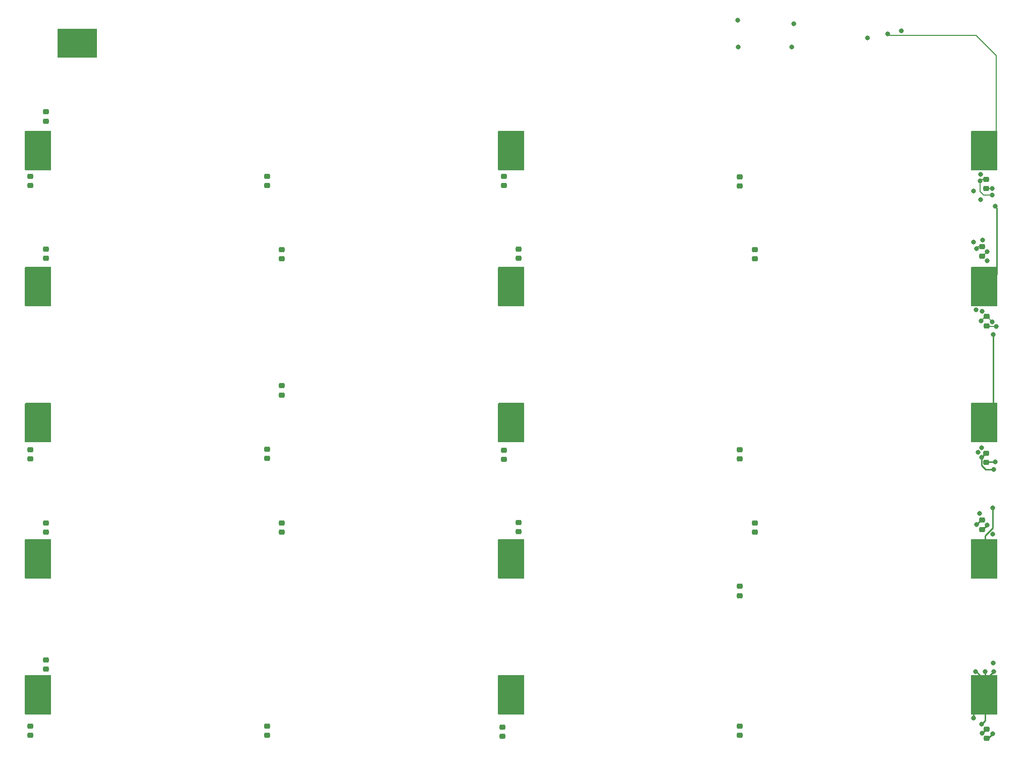
<source format=gbr>
%TF.GenerationSoftware,KiCad,Pcbnew,7.0.6*%
%TF.CreationDate,2024-01-17T22:25:56+01:00*%
%TF.ProjectId,FT24-AMS-Slave_v1-VTSENS,46543234-2d41-44d5-932d-536c6176655f,rev?*%
%TF.SameCoordinates,Original*%
%TF.FileFunction,Copper,L1,Top*%
%TF.FilePolarity,Positive*%
%FSLAX46Y46*%
G04 Gerber Fmt 4.6, Leading zero omitted, Abs format (unit mm)*
G04 Created by KiCad (PCBNEW 7.0.6) date 2024-01-17 22:25:56*
%MOMM*%
%LPD*%
G01*
G04 APERTURE LIST*
G04 Aperture macros list*
%AMRoundRect*
0 Rectangle with rounded corners*
0 $1 Rounding radius*
0 $2 $3 $4 $5 $6 $7 $8 $9 X,Y pos of 4 corners*
0 Add a 4 corners polygon primitive as box body*
4,1,4,$2,$3,$4,$5,$6,$7,$8,$9,$2,$3,0*
0 Add four circle primitives for the rounded corners*
1,1,$1+$1,$2,$3*
1,1,$1+$1,$4,$5*
1,1,$1+$1,$6,$7*
1,1,$1+$1,$8,$9*
0 Add four rect primitives between the rounded corners*
20,1,$1+$1,$2,$3,$4,$5,0*
20,1,$1+$1,$4,$5,$6,$7,0*
20,1,$1+$1,$6,$7,$8,$9,0*
20,1,$1+$1,$8,$9,$2,$3,0*%
G04 Aperture macros list end*
%TA.AperFunction,SMDPad,CuDef*%
%ADD10RoundRect,0.225000X0.250000X-0.225000X0.250000X0.225000X-0.250000X0.225000X-0.250000X-0.225000X0*%
%TD*%
%TA.AperFunction,SMDPad,CuDef*%
%ADD11RoundRect,0.225000X-0.250000X0.225000X-0.250000X-0.225000X0.250000X-0.225000X0.250000X0.225000X0*%
%TD*%
%TA.AperFunction,SMDPad,CuDef*%
%ADD12RoundRect,0.381000X-0.762000X-0.381000X0.762000X-0.381000X0.762000X0.381000X-0.762000X0.381000X0*%
%TD*%
%TA.AperFunction,ViaPad*%
%ADD13C,0.800000*%
%TD*%
%TA.AperFunction,Conductor*%
%ADD14C,0.200000*%
%TD*%
%TA.AperFunction,Conductor*%
%ADD15C,0.250000*%
%TD*%
G04 APERTURE END LIST*
D10*
%TO.P,C25,1*%
%TO.N,+5V*%
X69000000Y-132575000D03*
%TO.P,C25,2*%
%TO.N,GND1*%
X69000000Y-131025000D03*
%TD*%
D11*
%TO.P,C12,1*%
%TO.N,+5V*%
X185400000Y-50125000D03*
%TO.P,C12,2*%
%TO.N,GND1*%
X185400000Y-51675000D03*
%TD*%
D10*
%TO.P,C9,1*%
%TO.N,+5V*%
X187900000Y-109675000D03*
%TO.P,C9,2*%
%TO.N,GND1*%
X187900000Y-108125000D03*
%TD*%
D11*
%TO.P,C10,1*%
%TO.N,+5V*%
X185400000Y-95825000D03*
%TO.P,C10,2*%
%TO.N,GND1*%
X185400000Y-97375000D03*
%TD*%
D12*
%TO.P,J16,1,Pin_1*%
%TO.N,Net-(J10-Pin_15)*%
X67750000Y-45750000D03*
%TD*%
D10*
%TO.P,C22,1*%
%TO.N,+5V*%
X108600000Y-63875000D03*
%TO.P,C22,2*%
%TO.N,GND1*%
X108600000Y-62325000D03*
%TD*%
D12*
%TO.P,J5,1,Pin_1*%
%TO.N,Net-(J10-Pin_5)*%
X226400000Y-45600000D03*
%TD*%
D11*
%TO.P,C1,1*%
%TO.N,+5V*%
X226800000Y-142625000D03*
%TO.P,C1,2*%
%TO.N,GND1*%
X226800000Y-144175000D03*
%TD*%
%TO.P,C6,1*%
%TO.N,+5V*%
X226700000Y-50525000D03*
%TO.P,C6,2*%
%TO.N,GND1*%
X226700000Y-52075000D03*
%TD*%
%TO.P,C3,1*%
%TO.N,+5V*%
X226700000Y-96425000D03*
%TO.P,C3,2*%
%TO.N,GND1*%
X226700000Y-97975000D03*
%TD*%
D10*
%TO.P,C21,1*%
%TO.N,+5V*%
X108600000Y-86675000D03*
%TO.P,C21,2*%
%TO.N,GND1*%
X108600000Y-85125000D03*
%TD*%
D12*
%TO.P,J12,1,Pin_1*%
%TO.N,Net-(J10-Pin_11)*%
X67900000Y-136900000D03*
%TD*%
%TO.P,J11,1,Pin_1*%
%TO.N,Net-(J10-Pin_10)*%
X147100000Y-136900000D03*
%TD*%
D11*
%TO.P,C29,1*%
%TO.N,+5V*%
X66400000Y-50025000D03*
%TO.P,C29,2*%
%TO.N,GND1*%
X66400000Y-51575000D03*
%TD*%
%TO.P,C8,1*%
%TO.N,+5V*%
X185400000Y-118725000D03*
%TO.P,C8,2*%
%TO.N,GND1*%
X185400000Y-120275000D03*
%TD*%
%TO.P,C23,1*%
%TO.N,+5V*%
X106100000Y-50025000D03*
%TO.P,C23,2*%
%TO.N,GND1*%
X106100000Y-51575000D03*
%TD*%
D12*
%TO.P,J7,1,Pin_1*%
%TO.N,Net-(J10-Pin_7)*%
X147000000Y-68600000D03*
%TD*%
D11*
%TO.P,C20,1*%
%TO.N,+5V*%
X106100000Y-95725000D03*
%TO.P,C20,2*%
%TO.N,GND1*%
X106100000Y-97275000D03*
%TD*%
D12*
%TO.P,J13,1,Pin_1*%
%TO.N,Net-(J10-Pin_12)*%
X67700000Y-114200000D03*
%TD*%
%TO.P,J9,1,Pin_1*%
%TO.N,Net-(J10-Pin_9)*%
X147100000Y-114100000D03*
%TD*%
D11*
%TO.P,C13,1*%
%TO.N,+5V*%
X145600000Y-142325000D03*
%TO.P,C13,2*%
%TO.N,GND1*%
X145600000Y-143875000D03*
%TD*%
%TO.P,C18,1*%
%TO.N,+5V*%
X106100000Y-142125000D03*
%TO.P,C18,2*%
%TO.N,GND1*%
X106100000Y-143675000D03*
%TD*%
%TO.P,C17,1*%
%TO.N,+5V*%
X145800000Y-50025000D03*
%TO.P,C17,2*%
%TO.N,GND1*%
X145800000Y-51575000D03*
%TD*%
D12*
%TO.P,J14,1,Pin_1*%
%TO.N,Net-(J10-Pin_13)*%
X67700000Y-91400000D03*
%TD*%
%TO.P,J3,1,Pin_1*%
%TO.N,Net-(J10-Pin_3)*%
X226400000Y-91300000D03*
%TD*%
%TO.P,J17,1,Pin_1*%
%TO.N,Net-(J10-Pin_16)*%
X74400000Y-27900000D03*
%TD*%
%TO.P,J15,1,Pin_1*%
%TO.N,Net-(J10-Pin_14)*%
X67700000Y-68400000D03*
%TD*%
%TO.P,J1,1,Pin_1*%
%TO.N,GND1*%
X226500000Y-137000000D03*
%TD*%
D10*
%TO.P,C5,1*%
%TO.N,+5V*%
X226000000Y-63375000D03*
%TO.P,C5,2*%
%TO.N,GND1*%
X226000000Y-61825000D03*
%TD*%
D11*
%TO.P,C4,1*%
%TO.N,+5V*%
X226800000Y-73525000D03*
%TO.P,C4,2*%
%TO.N,GND1*%
X226800000Y-75075000D03*
%TD*%
%TO.P,C27,1*%
%TO.N,+5V*%
X66400000Y-95825000D03*
%TO.P,C27,2*%
%TO.N,GND1*%
X66400000Y-97375000D03*
%TD*%
D10*
%TO.P,C2,1*%
%TO.N,+5V*%
X226000000Y-109175000D03*
%TO.P,C2,2*%
%TO.N,GND1*%
X226000000Y-107625000D03*
%TD*%
%TO.P,C11,1*%
%TO.N,+5V*%
X187900000Y-63875000D03*
%TO.P,C11,2*%
%TO.N,GND1*%
X187900000Y-62325000D03*
%TD*%
D11*
%TO.P,C7,1*%
%TO.N,+5V*%
X185400000Y-142125000D03*
%TO.P,C7,2*%
%TO.N,GND1*%
X185400000Y-143675000D03*
%TD*%
%TO.P,C24,1*%
%TO.N,+5V*%
X66400000Y-142125000D03*
%TO.P,C24,2*%
%TO.N,GND1*%
X66400000Y-143675000D03*
%TD*%
D12*
%TO.P,J2,1,Pin_1*%
%TO.N,Net-(J10-Pin_2)*%
X226500000Y-114100000D03*
%TD*%
D11*
%TO.P,C15,1*%
%TO.N,+5V*%
X145800000Y-95925000D03*
%TO.P,C15,2*%
%TO.N,GND1*%
X145800000Y-97475000D03*
%TD*%
D10*
%TO.P,C26,1*%
%TO.N,+5V*%
X69000000Y-109675000D03*
%TO.P,C26,2*%
%TO.N,GND1*%
X69000000Y-108125000D03*
%TD*%
D12*
%TO.P,J4,1,Pin_1*%
%TO.N,Net-(J10-Pin_4)*%
X226400000Y-68500000D03*
%TD*%
%TO.P,J8,1,Pin_1*%
%TO.N,Net-(J10-Pin_8)*%
X147100000Y-91400000D03*
%TD*%
D10*
%TO.P,C16,1*%
%TO.N,+5V*%
X148300000Y-63775000D03*
%TO.P,C16,2*%
%TO.N,GND1*%
X148300000Y-62225000D03*
%TD*%
%TO.P,C14,1*%
%TO.N,+5V*%
X148300000Y-109575000D03*
%TO.P,C14,2*%
%TO.N,GND1*%
X148300000Y-108025000D03*
%TD*%
D12*
%TO.P,J6,1,Pin_1*%
%TO.N,Net-(J10-Pin_6)*%
X147100000Y-45700000D03*
%TD*%
D10*
%TO.P,C19,1*%
%TO.N,+5V*%
X108600000Y-109675000D03*
%TO.P,C19,2*%
%TO.N,GND1*%
X108600000Y-108125000D03*
%TD*%
D11*
%TO.P,C30,1*%
%TO.N,+5V*%
X69000000Y-39225000D03*
%TO.P,C30,2*%
%TO.N,GND1*%
X69000000Y-40775000D03*
%TD*%
D10*
%TO.P,C28,1*%
%TO.N,+5V*%
X69000000Y-63775000D03*
%TO.P,C28,2*%
%TO.N,GND1*%
X69000000Y-62225000D03*
%TD*%
D13*
%TO.N,+5V*%
X228000000Y-99100000D03*
X225827898Y-74266990D03*
X225911965Y-97122015D03*
X226027895Y-143311872D03*
X224575024Y-61000000D03*
X227725512Y-53200000D03*
X227727898Y-74380686D03*
X226833010Y-62633010D03*
X226833010Y-108433010D03*
X185100000Y-28400000D03*
X225700000Y-50800000D03*
%TO.N,GND1*%
X227725000Y-52097469D03*
X226500000Y-132999968D03*
X225925175Y-141834017D03*
X224575024Y-140800000D03*
X228176024Y-97900000D03*
X225100000Y-108400000D03*
X225100000Y-62100000D03*
X225775000Y-49685910D03*
X226876007Y-64136578D03*
X228380353Y-75138517D03*
X226021558Y-72667110D03*
X228000000Y-132978216D03*
X185000000Y-23900000D03*
X194100000Y-28400000D03*
X225949407Y-95540543D03*
X224935430Y-133001229D03*
X227750000Y-143452363D03*
%TO.N,Net-(J10-Pin_2)*%
X227800000Y-105600000D03*
X194400000Y-24500000D03*
%TO.N,Net-(J10-Pin_3)*%
X227900000Y-76500000D03*
X206800000Y-26800000D03*
%TO.N,Net-(J10-Pin_4)*%
X212500000Y-25669170D03*
X228176024Y-55000000D03*
%TO.N,Net-(J10-Pin_5)*%
X210200000Y-26175000D03*
%TO.N,Net-(J10-Pin_17)*%
X227775524Y-110000000D03*
X225600000Y-106500000D03*
X224600000Y-52500000D03*
X225775000Y-53900111D03*
X227852207Y-131579227D03*
%TO.N,Net-(J10-Pin_18)*%
X226100000Y-60700000D03*
X225000000Y-72400000D03*
X225300000Y-96300000D03*
%TD*%
D14*
%TO.N,+5V*%
X226091020Y-63375000D02*
X226833010Y-62633010D01*
X226300000Y-53200000D02*
X227725512Y-53200000D01*
D15*
X226714767Y-142625000D02*
X226027895Y-143311872D01*
D14*
X226800000Y-73525000D02*
X226872212Y-73525000D01*
D15*
X226000000Y-109175000D02*
X226091020Y-109175000D01*
D14*
X225700000Y-52600000D02*
X226300000Y-53200000D01*
X226872212Y-73525000D02*
X227727898Y-74380686D01*
D15*
X225900000Y-97133980D02*
X225900000Y-98427817D01*
D14*
X226000000Y-63375000D02*
X226091020Y-63375000D01*
X226700000Y-50525000D02*
X225975000Y-50525000D01*
D15*
X226091020Y-109175000D02*
X226833010Y-108433010D01*
X225911965Y-97122015D02*
X225900000Y-97133980D01*
D14*
X225975000Y-50525000D02*
X225700000Y-50800000D01*
D15*
X226800000Y-142625000D02*
X226714767Y-142625000D01*
X226700000Y-96425000D02*
X226608980Y-96425000D01*
X226572183Y-99100000D02*
X228000000Y-99100000D01*
X225900000Y-98427817D02*
X226572183Y-99100000D01*
D14*
X225700000Y-50800000D02*
X225700000Y-52600000D01*
X226569888Y-73525000D02*
X225827898Y-74266990D01*
X226800000Y-73525000D02*
X226569888Y-73525000D01*
D15*
X226608980Y-96425000D02*
X225911965Y-97122015D01*
%TO.N,GND1*%
X226500000Y-137000000D02*
X226500000Y-132999968D01*
X226500000Y-141259192D02*
X225925175Y-141834017D01*
X226800000Y-144175000D02*
X227027363Y-144175000D01*
X226775000Y-97900000D02*
X226700000Y-97975000D01*
D14*
X225375000Y-61825000D02*
X225100000Y-62100000D01*
X226000000Y-61825000D02*
X225375000Y-61825000D01*
X227702531Y-52075000D02*
X227725000Y-52097469D01*
X226800000Y-75075000D02*
X226863517Y-75138517D01*
D15*
X226500000Y-137000000D02*
X226500000Y-134478216D01*
X226500000Y-134478216D02*
X228000000Y-132978216D01*
X225023013Y-133001229D02*
X226500000Y-134478216D01*
D14*
X226700000Y-52075000D02*
X227702531Y-52075000D01*
D15*
X224575024Y-138924976D02*
X224575024Y-140800000D01*
X226000000Y-107625000D02*
X225875000Y-107625000D01*
X228176024Y-97900000D02*
X226775000Y-97900000D01*
X224935430Y-133001229D02*
X225023013Y-133001229D01*
X226500000Y-137000000D02*
X224575024Y-138924976D01*
D14*
X226863517Y-75138517D02*
X228380353Y-75138517D01*
D15*
X226500000Y-137000000D02*
X226500000Y-141259192D01*
X225875000Y-107625000D02*
X225100000Y-108400000D01*
X227027363Y-144175000D02*
X227750000Y-143452363D01*
%TO.N,Net-(J10-Pin_2)*%
X226500000Y-114100000D02*
X226500000Y-110250219D01*
X227800000Y-108950219D02*
X227800000Y-105600000D01*
X226500000Y-110250219D02*
X227800000Y-108950219D01*
%TO.N,Net-(J10-Pin_3)*%
X226400000Y-91300000D02*
X227900000Y-89800000D01*
X227900000Y-89800000D02*
X227900000Y-76500000D01*
%TO.N,Net-(J10-Pin_4)*%
X228450524Y-64300000D02*
X228450524Y-55274500D01*
X228450524Y-66449476D02*
X228450524Y-64300000D01*
X228450524Y-55274500D02*
X228176024Y-55000000D01*
X226400000Y-68500000D02*
X228450524Y-66449476D01*
D14*
%TO.N,Net-(J10-Pin_5)*%
X210400000Y-26375000D02*
X210200000Y-26175000D01*
X228400000Y-29800000D02*
X224975000Y-26375000D01*
X226400000Y-45600000D02*
X228400000Y-43600000D01*
X228400000Y-43600000D02*
X228400000Y-29800000D01*
X224975000Y-26375000D02*
X210400000Y-26375000D01*
%TD*%
%TA.AperFunction,Conductor*%
%TO.N,Net-(J10-Pin_15)*%
G36*
X69862209Y-42419685D02*
G01*
X69907964Y-42472489D01*
X69919170Y-42524000D01*
X69919170Y-48876000D01*
X69899485Y-48943039D01*
X69846681Y-48988794D01*
X69795170Y-49000000D01*
X65644170Y-49000000D01*
X65577131Y-48980315D01*
X65531376Y-48927511D01*
X65520170Y-48876000D01*
X65520170Y-42524000D01*
X65539855Y-42456961D01*
X65592659Y-42411206D01*
X65644170Y-42400000D01*
X69795170Y-42400000D01*
X69862209Y-42419685D01*
G37*
%TD.AperFunction*%
%TD*%
%TA.AperFunction,Conductor*%
%TO.N,Net-(J10-Pin_12)*%
G36*
X69862209Y-110819685D02*
G01*
X69907964Y-110872489D01*
X69919170Y-110924000D01*
X69919170Y-117276000D01*
X69899485Y-117343039D01*
X69846681Y-117388794D01*
X69795170Y-117400000D01*
X65644170Y-117400000D01*
X65577131Y-117380315D01*
X65531376Y-117327511D01*
X65520170Y-117276000D01*
X65520170Y-110924000D01*
X65539855Y-110856961D01*
X65592659Y-110811206D01*
X65644170Y-110800000D01*
X69795170Y-110800000D01*
X69862209Y-110819685D01*
G37*
%TD.AperFunction*%
%TD*%
%TA.AperFunction,Conductor*%
%TO.N,GND1*%
G36*
X228560672Y-133614352D02*
G01*
X228575024Y-133649000D01*
X228575024Y-140151000D01*
X228560672Y-140185648D01*
X228526024Y-140200000D01*
X224225024Y-140200000D01*
X224190376Y-140185648D01*
X224176024Y-140151000D01*
X224176024Y-133649000D01*
X224190376Y-133614352D01*
X224225024Y-133600000D01*
X228526024Y-133600000D01*
X228560672Y-133614352D01*
G37*
%TD.AperFunction*%
%TD*%
%TA.AperFunction,Conductor*%
%TO.N,Net-(J10-Pin_11)*%
G36*
X69862209Y-133619685D02*
G01*
X69907964Y-133672489D01*
X69919170Y-133724000D01*
X69919170Y-140076000D01*
X69899485Y-140143039D01*
X69846681Y-140188794D01*
X69795170Y-140200000D01*
X65644170Y-140200000D01*
X65577131Y-140180315D01*
X65531376Y-140127511D01*
X65520170Y-140076000D01*
X65520170Y-133724000D01*
X65539855Y-133656961D01*
X65592659Y-133611206D01*
X65644170Y-133600000D01*
X69795170Y-133600000D01*
X69862209Y-133619685D01*
G37*
%TD.AperFunction*%
%TD*%
%TA.AperFunction,Conductor*%
%TO.N,Net-(J10-Pin_14)*%
G36*
X69862209Y-65219685D02*
G01*
X69907964Y-65272489D01*
X69919170Y-65324000D01*
X69919170Y-71676000D01*
X69899485Y-71743039D01*
X69846681Y-71788794D01*
X69795170Y-71800000D01*
X65644170Y-71800000D01*
X65577131Y-71780315D01*
X65531376Y-71727511D01*
X65520170Y-71676000D01*
X65520170Y-65324000D01*
X65539855Y-65256961D01*
X65592659Y-65211206D01*
X65644170Y-65200000D01*
X69795170Y-65200000D01*
X69862209Y-65219685D01*
G37*
%TD.AperFunction*%
%TD*%
%TA.AperFunction,Conductor*%
%TO.N,Net-(J10-Pin_16)*%
G36*
X77543039Y-25289855D02*
G01*
X77588794Y-25342659D01*
X77600000Y-25394170D01*
X77600000Y-30045170D01*
X77580315Y-30112209D01*
X77527511Y-30157964D01*
X77476000Y-30169170D01*
X71124000Y-30169170D01*
X71056961Y-30149485D01*
X71011206Y-30096681D01*
X71000000Y-30045170D01*
X71000000Y-25394170D01*
X71019685Y-25327131D01*
X71072489Y-25281376D01*
X71124000Y-25270170D01*
X77476000Y-25270170D01*
X77543039Y-25289855D01*
G37*
%TD.AperFunction*%
%TD*%
%TA.AperFunction,Conductor*%
%TO.N,Net-(J10-Pin_10)*%
G36*
X149190136Y-133619685D02*
G01*
X149235891Y-133672489D01*
X149247097Y-133724000D01*
X149247097Y-140076000D01*
X149227412Y-140143039D01*
X149174608Y-140188794D01*
X149123097Y-140200000D01*
X144972097Y-140200000D01*
X144905058Y-140180315D01*
X144859303Y-140127511D01*
X144848097Y-140076000D01*
X144848097Y-133724000D01*
X144867782Y-133656961D01*
X144920586Y-133611206D01*
X144972097Y-133600000D01*
X149123097Y-133600000D01*
X149190136Y-133619685D01*
G37*
%TD.AperFunction*%
%TD*%
%TA.AperFunction,Conductor*%
%TO.N,Net-(J10-Pin_13)*%
G36*
X69862209Y-88019685D02*
G01*
X69907964Y-88072489D01*
X69919170Y-88124000D01*
X69919170Y-94476000D01*
X69899485Y-94543039D01*
X69846681Y-94588794D01*
X69795170Y-94600000D01*
X65644170Y-94600000D01*
X65577131Y-94580315D01*
X65531376Y-94527511D01*
X65520170Y-94476000D01*
X65520170Y-88124000D01*
X65539855Y-88056961D01*
X65592659Y-88011206D01*
X65644170Y-88000000D01*
X69795170Y-88000000D01*
X69862209Y-88019685D01*
G37*
%TD.AperFunction*%
%TD*%
%TA.AperFunction,Conductor*%
%TO.N,Net-(J10-Pin_6)*%
G36*
X149190136Y-42419685D02*
G01*
X149235891Y-42472489D01*
X149247097Y-42524000D01*
X149247097Y-48876000D01*
X149227412Y-48943039D01*
X149174608Y-48988794D01*
X149123097Y-49000000D01*
X144972097Y-49000000D01*
X144905058Y-48980315D01*
X144859303Y-48927511D01*
X144848097Y-48876000D01*
X144848097Y-42524000D01*
X144867782Y-42456961D01*
X144920586Y-42411206D01*
X144972097Y-42400000D01*
X149123097Y-42400000D01*
X149190136Y-42419685D01*
G37*
%TD.AperFunction*%
%TD*%
%TA.AperFunction,Conductor*%
%TO.N,Net-(J10-Pin_4)*%
G36*
X228534215Y-65218907D02*
G01*
X228570179Y-65268407D01*
X228575024Y-65299000D01*
X228575024Y-71701000D01*
X228556117Y-71759191D01*
X228506617Y-71795155D01*
X228476024Y-71800000D01*
X225046406Y-71800000D01*
X225039939Y-71799576D01*
X225000000Y-71794318D01*
X224960060Y-71799576D01*
X224953594Y-71800000D01*
X224275024Y-71800000D01*
X224216833Y-71781093D01*
X224180869Y-71731593D01*
X224176024Y-71701000D01*
X224176024Y-65299000D01*
X224194931Y-65240809D01*
X224244431Y-65204845D01*
X224275024Y-65200000D01*
X228476024Y-65200000D01*
X228534215Y-65218907D01*
G37*
%TD.AperFunction*%
%TD*%
%TA.AperFunction,Conductor*%
%TO.N,Net-(J10-Pin_2)*%
G36*
X228560672Y-110814352D02*
G01*
X228575024Y-110849000D01*
X228575024Y-117351000D01*
X228560672Y-117385648D01*
X228526024Y-117400000D01*
X224225024Y-117400000D01*
X224190376Y-117385648D01*
X224176024Y-117351000D01*
X224176024Y-110849000D01*
X224190376Y-110814352D01*
X224225024Y-110800000D01*
X228526024Y-110800000D01*
X228560672Y-110814352D01*
G37*
%TD.AperFunction*%
%TD*%
%TA.AperFunction,Conductor*%
%TO.N,Net-(J10-Pin_3)*%
G36*
X228560672Y-88014352D02*
G01*
X228575024Y-88049000D01*
X228575024Y-94551000D01*
X228560672Y-94585648D01*
X228526024Y-94600000D01*
X224225024Y-94600000D01*
X224190376Y-94585648D01*
X224176024Y-94551000D01*
X224176024Y-88049000D01*
X224190376Y-88014352D01*
X224225024Y-88000000D01*
X228526024Y-88000000D01*
X228560672Y-88014352D01*
G37*
%TD.AperFunction*%
%TD*%
%TA.AperFunction,Conductor*%
%TO.N,Net-(J10-Pin_9)*%
G36*
X149190136Y-110819685D02*
G01*
X149235891Y-110872489D01*
X149247097Y-110924000D01*
X149247097Y-117276000D01*
X149227412Y-117343039D01*
X149174608Y-117388794D01*
X149123097Y-117400000D01*
X144972097Y-117400000D01*
X144905058Y-117380315D01*
X144859303Y-117327511D01*
X144848097Y-117276000D01*
X144848097Y-110924000D01*
X144867782Y-110856961D01*
X144920586Y-110811206D01*
X144972097Y-110800000D01*
X149123097Y-110800000D01*
X149190136Y-110819685D01*
G37*
%TD.AperFunction*%
%TD*%
%TA.AperFunction,Conductor*%
%TO.N,Net-(J10-Pin_8)*%
G36*
X149190136Y-88019685D02*
G01*
X149235891Y-88072489D01*
X149247097Y-88124000D01*
X149247097Y-94476000D01*
X149227412Y-94543039D01*
X149174608Y-94588794D01*
X149123097Y-94600000D01*
X144972097Y-94600000D01*
X144905058Y-94580315D01*
X144859303Y-94527511D01*
X144848097Y-94476000D01*
X144848097Y-88124000D01*
X144867782Y-88056961D01*
X144920586Y-88011206D01*
X144972097Y-88000000D01*
X149123097Y-88000000D01*
X149190136Y-88019685D01*
G37*
%TD.AperFunction*%
%TD*%
%TA.AperFunction,Conductor*%
%TO.N,Net-(J10-Pin_5)*%
G36*
X228534215Y-42418907D02*
G01*
X228570179Y-42468407D01*
X228575024Y-42499000D01*
X228575024Y-48901000D01*
X228556117Y-48959191D01*
X228506617Y-48995155D01*
X228476024Y-49000000D01*
X224275024Y-49000000D01*
X224216833Y-48981093D01*
X224180869Y-48931593D01*
X224176024Y-48901000D01*
X224176024Y-42499000D01*
X224194931Y-42440809D01*
X224244431Y-42404845D01*
X224275024Y-42400000D01*
X228476024Y-42400000D01*
X228534215Y-42418907D01*
G37*
%TD.AperFunction*%
%TD*%
%TA.AperFunction,Conductor*%
%TO.N,Net-(J10-Pin_7)*%
G36*
X149190136Y-65219685D02*
G01*
X149235891Y-65272489D01*
X149247097Y-65324000D01*
X149247097Y-71676000D01*
X149227412Y-71743039D01*
X149174608Y-71788794D01*
X149123097Y-71800000D01*
X144972097Y-71800000D01*
X144905058Y-71780315D01*
X144859303Y-71727511D01*
X144848097Y-71676000D01*
X144848097Y-65324000D01*
X144867782Y-65256961D01*
X144920586Y-65211206D01*
X144972097Y-65200000D01*
X149123097Y-65200000D01*
X149190136Y-65219685D01*
G37*
%TD.AperFunction*%
%TD*%
M02*

</source>
